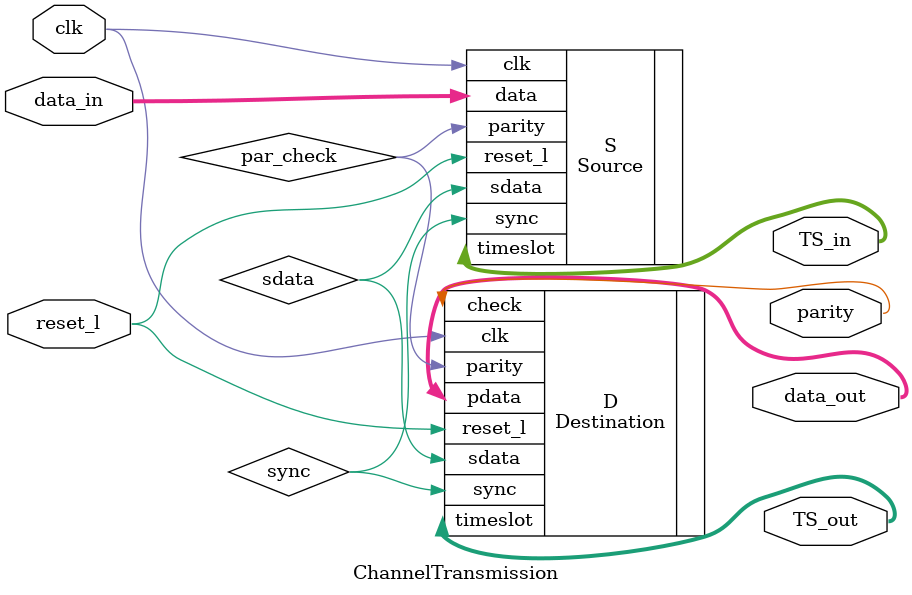
<source format=v>
module ChannelTransmission(
	input [7:0]data_in,
	input reset_l,clk,
	output [7:0]data_out,
	output parity,
	output [4:0]TS_in,TS_out
);

wire sync,par_check,sdata;

Source S
(
	.data     (data_in),
	.clk      (clk),
	.reset_l  (reset_l),
	.parity   (par_check),
	.sync     (sync),
	.sdata    (sdata),
	.timeslot (TS_in)
);

Destination D
(
	.sync		 (sync),
	.clk		 (clk),
	.parity	 (par_check),
	.sdata	 (sdata),
	.pdata    (data_out),
	.timeslot (TS_out),
	.check	 (parity),
	.reset_l  (reset_l)
);

endmodule
</source>
